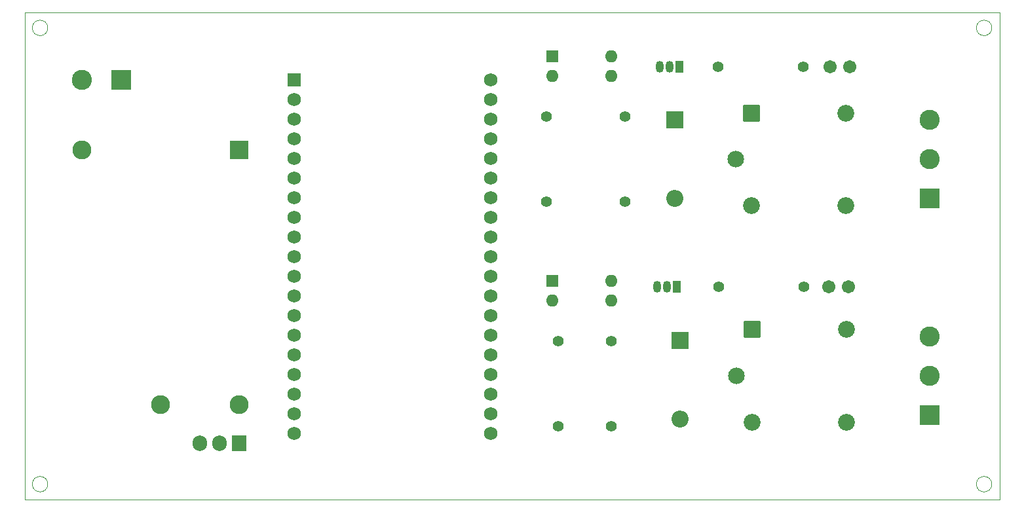
<source format=gbr>
%TF.GenerationSoftware,KiCad,Pcbnew,8.0.6-8.0.6-0~ubuntu22.04.1*%
%TF.CreationDate,2024-11-01T09:16:27+07:00*%
%TF.ProjectId,projectGATE,70726f6a-6563-4744-9741-54452e6b6963,rev?*%
%TF.SameCoordinates,Original*%
%TF.FileFunction,Soldermask,Top*%
%TF.FilePolarity,Negative*%
%FSLAX46Y46*%
G04 Gerber Fmt 4.6, Leading zero omitted, Abs format (unit mm)*
G04 Created by KiCad (PCBNEW 8.0.6-8.0.6-0~ubuntu22.04.1) date 2024-11-01 09:16:27*
%MOMM*%
%LPD*%
G01*
G04 APERTURE LIST*
G04 Aperture macros list*
%AMRoundRect*
0 Rectangle with rounded corners*
0 $1 Rounding radius*
0 $2 $3 $4 $5 $6 $7 $8 $9 X,Y pos of 4 corners*
0 Add a 4 corners polygon primitive as box body*
4,1,4,$2,$3,$4,$5,$6,$7,$8,$9,$2,$3,0*
0 Add four circle primitives for the rounded corners*
1,1,$1+$1,$2,$3*
1,1,$1+$1,$4,$5*
1,1,$1+$1,$6,$7*
1,1,$1+$1,$8,$9*
0 Add four rect primitives between the rounded corners*
20,1,$1+$1,$2,$3,$4,$5,0*
20,1,$1+$1,$4,$5,$6,$7,0*
20,1,$1+$1,$6,$7,$8,$9,0*
20,1,$1+$1,$8,$9,$2,$3,0*%
G04 Aperture macros list end*
%ADD10R,2.200000X2.200000*%
%ADD11O,2.200000X2.200000*%
%ADD12C,1.712000*%
%ADD13R,1.905000X2.000000*%
%ADD14O,1.905000X2.000000*%
%ADD15C,1.404000*%
%ADD16RoundRect,0.102000X-0.765000X-0.765000X0.765000X-0.765000X0.765000X0.765000X-0.765000X0.765000X0*%
%ADD17C,1.734000*%
%ADD18RoundRect,0.102000X-1.125000X1.125000X-1.125000X-1.125000X1.125000X-1.125000X1.125000X1.125000X0*%
%ADD19C,2.454000*%
%ADD20RoundRect,0.102000X1.200000X-1.200000X1.200000X1.200000X-1.200000X1.200000X-1.200000X-1.200000X0*%
%ADD21C,2.604000*%
%ADD22R,1.600000X1.600000*%
%ADD23O,1.600000X1.600000*%
%ADD24RoundRect,0.102000X-0.990000X-0.990000X0.990000X-0.990000X0.990000X0.990000X-0.990000X0.990000X0*%
%ADD25C,2.184000*%
%ADD26C,2.139000*%
%ADD27R,1.050000X1.500000*%
%ADD28O,1.050000X1.500000*%
%ADD29RoundRect,0.102000X1.200000X1.200000X-1.200000X1.200000X-1.200000X-1.200000X1.200000X-1.200000X0*%
%TA.AperFunction,Profile*%
%ADD30C,0.050000*%
%TD*%
G04 APERTURE END LIST*
D10*
%TO.C,D3*%
X173000000Y-81920000D03*
D11*
X173000000Y-92080000D03*
%TD*%
D12*
%TO.C,D2*%
X195460000Y-103500000D03*
X192920000Y-103500000D03*
%TD*%
D13*
%TO.C,U4*%
X116750000Y-123750000D03*
D14*
X114210000Y-123750000D03*
X111670000Y-123750000D03*
%TD*%
D15*
%TO.C,R7*%
X158000000Y-121500000D03*
X158000000Y-110500000D03*
%TD*%
D16*
%TO.C,U1*%
X123850000Y-76710000D03*
D17*
X123850000Y-79250000D03*
X123850000Y-81790000D03*
X123850000Y-84330000D03*
X123850000Y-86870000D03*
X123850000Y-89410000D03*
X123850000Y-91950000D03*
X123850000Y-94490000D03*
X123850000Y-97030000D03*
X123850000Y-99570000D03*
X123850000Y-102110000D03*
X123850000Y-104650000D03*
X123850000Y-107190000D03*
X123850000Y-109730000D03*
X123850000Y-112270000D03*
X123850000Y-114810000D03*
X123850000Y-117350000D03*
X123850000Y-119890000D03*
X123850000Y-122430000D03*
X149250000Y-122430000D03*
X149250000Y-119890000D03*
X149250000Y-117350000D03*
X149250000Y-114810000D03*
X149250000Y-112270000D03*
X149250000Y-109730000D03*
X149250000Y-107190000D03*
X149250000Y-104650000D03*
X149250000Y-102110000D03*
X149250000Y-99570000D03*
X149250000Y-97030000D03*
X149250000Y-94490000D03*
X149250000Y-91950000D03*
X149250000Y-89410000D03*
X149250000Y-86870000D03*
X149250000Y-84330000D03*
X149250000Y-81790000D03*
X149250000Y-79250000D03*
X149250000Y-76710000D03*
%TD*%
D18*
%TO.C,PS1*%
X116750000Y-85750000D03*
D19*
X96430000Y-85750000D03*
X106590000Y-118750000D03*
X116750000Y-118750000D03*
%TD*%
D20*
%TO.C,J2*%
X206000000Y-92080000D03*
D21*
X206000000Y-87000000D03*
X206000000Y-81920000D03*
%TD*%
D22*
%TO.C,U2*%
X157200000Y-73695000D03*
D23*
X157200000Y-76235000D03*
X164820000Y-76235000D03*
X164820000Y-73695000D03*
%TD*%
D15*
%TO.C,R12*%
X189690000Y-103500000D03*
X178690000Y-103500000D03*
%TD*%
D24*
%TO.C,K2*%
X183000000Y-109000000D03*
D25*
X183000000Y-121000000D03*
D26*
X181000000Y-115000000D03*
D25*
X195200000Y-109000000D03*
X195200000Y-121000000D03*
%TD*%
D27*
%TO.C,Q2*%
X173270000Y-103500000D03*
D28*
X172000000Y-103500000D03*
X170730000Y-103500000D03*
%TD*%
D12*
%TO.C,D1*%
X195600000Y-75000000D03*
X193060000Y-75000000D03*
%TD*%
D29*
%TO.C,J1*%
X101500000Y-76750000D03*
D21*
X96420000Y-76750000D03*
%TD*%
D22*
%TO.C,U3*%
X157200000Y-102725000D03*
D23*
X157200000Y-105265000D03*
X164820000Y-105265000D03*
X164820000Y-102725000D03*
%TD*%
D15*
%TO.C,R10*%
X189600000Y-75000000D03*
X178600000Y-75000000D03*
%TD*%
D24*
%TO.C,K1*%
X182900000Y-81000000D03*
D25*
X182900000Y-93000000D03*
D26*
X180900000Y-87000000D03*
D25*
X195100000Y-81000000D03*
X195100000Y-93000000D03*
%TD*%
D15*
%TO.C,R11*%
X164800000Y-110500000D03*
X164800000Y-121500000D03*
%TD*%
D27*
%TO.C,Q1*%
X173600000Y-75000000D03*
D28*
X172330000Y-75000000D03*
X171060000Y-75000000D03*
%TD*%
D10*
%TO.C,D4*%
X173690000Y-110420000D03*
D11*
X173690000Y-120580000D03*
%TD*%
D20*
%TO.C,J3*%
X206000000Y-120080000D03*
D21*
X206000000Y-115000000D03*
X206000000Y-109920000D03*
%TD*%
D15*
%TO.C,R9*%
X166600000Y-92500000D03*
X166600000Y-81500000D03*
%TD*%
%TO.C,R8*%
X156400000Y-81500000D03*
X156400000Y-92500000D03*
%TD*%
D30*
X92000000Y-129000000D02*
G75*
G02*
X90000000Y-129000000I-1000000J0D01*
G01*
X90000000Y-129000000D02*
G75*
G02*
X92000000Y-129000000I1000000J0D01*
G01*
X92000000Y-70000000D02*
G75*
G02*
X90000000Y-70000000I-1000000J0D01*
G01*
X90000000Y-70000000D02*
G75*
G02*
X92000000Y-70000000I1000000J0D01*
G01*
X214000000Y-70000000D02*
G75*
G02*
X212000000Y-70000000I-1000000J0D01*
G01*
X212000000Y-70000000D02*
G75*
G02*
X214000000Y-70000000I1000000J0D01*
G01*
X214000000Y-129000000D02*
G75*
G02*
X212000000Y-129000000I-1000000J0D01*
G01*
X212000000Y-129000000D02*
G75*
G02*
X214000000Y-129000000I1000000J0D01*
G01*
X89000000Y-68000000D02*
X215000000Y-68000000D01*
X215000000Y-131000000D01*
X89000000Y-131000000D01*
X89000000Y-68000000D01*
M02*

</source>
